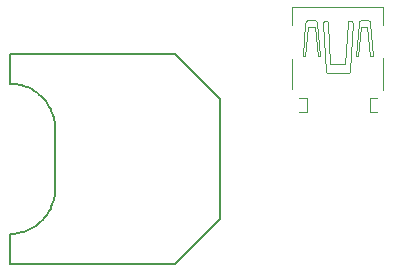
<source format=gbo>
G75*
G70*
%OFA0B0*%
%FSLAX24Y24*%
%IPPOS*%
%LPD*%
%AMOC8*
5,1,8,0,0,1.08239X$1,22.5*
%
%ADD10C,0.0040*%
%ADD11C,0.0050*%
D10*
X011777Y007813D02*
X011777Y008811D01*
X012127Y008915D02*
X012208Y008915D01*
X012311Y009856D01*
X012515Y009856D01*
X012617Y008915D01*
X012699Y008915D01*
X012597Y009999D01*
X012593Y010018D01*
X012587Y010037D01*
X012577Y010054D01*
X012565Y010070D01*
X012550Y010083D01*
X012533Y010094D01*
X012515Y010101D01*
X012290Y010101D02*
X012272Y010094D01*
X012255Y010083D01*
X012240Y010070D01*
X012228Y010054D01*
X012218Y010037D01*
X012212Y010018D01*
X012208Y009999D01*
X012127Y008915D01*
X012883Y008404D02*
X012801Y009999D01*
X012803Y010015D01*
X012807Y010030D01*
X012815Y010045D01*
X012825Y010057D01*
X012837Y010067D01*
X012852Y010075D01*
X012867Y010079D01*
X012883Y010081D01*
X012883Y010080D02*
X012883Y010080D01*
X012883Y010081D02*
X012899Y010079D01*
X012914Y010075D01*
X012929Y010067D01*
X012941Y010057D01*
X012951Y010045D01*
X012959Y010030D01*
X012963Y010015D01*
X012965Y009999D01*
X013046Y008650D01*
X013537Y008650D01*
X013619Y009999D01*
X013618Y009999D02*
X013620Y010015D01*
X013624Y010030D01*
X013632Y010045D01*
X013642Y010057D01*
X013654Y010067D01*
X013669Y010075D01*
X013684Y010079D01*
X013700Y010081D01*
X013716Y010079D01*
X013731Y010075D01*
X013746Y010067D01*
X013758Y010057D01*
X013768Y010045D01*
X013776Y010030D01*
X013780Y010015D01*
X013782Y009999D01*
X013700Y008404D01*
X013701Y008404D02*
X013698Y008386D01*
X013691Y008369D01*
X013682Y008354D01*
X013669Y008341D01*
X013654Y008332D01*
X013637Y008325D01*
X013619Y008322D01*
X013619Y008323D02*
X012965Y008323D01*
X012964Y008322D02*
X012946Y008325D01*
X012929Y008332D01*
X012914Y008341D01*
X012901Y008354D01*
X012892Y008369D01*
X012885Y008386D01*
X012882Y008404D01*
X012269Y007487D02*
X011983Y007487D01*
X012269Y007487D02*
X012269Y007042D01*
X011983Y007042D01*
X013884Y008915D02*
X013966Y008915D01*
X014068Y009856D01*
X014273Y009856D01*
X014375Y008915D01*
X014457Y008915D01*
X014375Y009999D01*
X014371Y010018D01*
X014365Y010037D01*
X014355Y010054D01*
X014343Y010070D01*
X014328Y010083D01*
X014311Y010094D01*
X014293Y010101D01*
X014068Y010101D02*
X014050Y010094D01*
X014033Y010083D01*
X014018Y010070D01*
X014006Y010054D01*
X013996Y010037D01*
X013990Y010018D01*
X013986Y009999D01*
X013987Y009999D02*
X013884Y008915D01*
X014069Y010100D02*
X014106Y010109D01*
X014143Y010115D01*
X014181Y010117D01*
X014219Y010115D01*
X014256Y010109D01*
X014293Y010100D01*
X014804Y009938D02*
X014804Y010530D01*
X011779Y010530D01*
X011779Y009938D01*
X012291Y010100D02*
X012328Y010109D01*
X012365Y010115D01*
X012403Y010117D01*
X012441Y010115D01*
X012478Y010109D01*
X012515Y010100D01*
X011777Y010532D02*
X014806Y010532D01*
X014804Y010530D02*
X014804Y010530D01*
X014806Y008831D02*
X014806Y007773D01*
X014600Y007487D02*
X014355Y007487D01*
X014355Y007036D01*
X014604Y007036D01*
D11*
X002367Y002975D02*
X002367Y001975D01*
X007867Y001975D01*
X009367Y003475D01*
X009367Y007475D01*
X007867Y008975D01*
X002367Y008975D01*
X002367Y007975D01*
X002443Y007973D01*
X002519Y007967D01*
X002594Y007958D01*
X002669Y007944D01*
X002743Y007927D01*
X002816Y007906D01*
X002888Y007882D01*
X002959Y007853D01*
X003028Y007822D01*
X003095Y007787D01*
X003160Y007748D01*
X003224Y007706D01*
X003285Y007661D01*
X003344Y007613D01*
X003400Y007562D01*
X003454Y007508D01*
X003505Y007452D01*
X003553Y007393D01*
X003598Y007332D01*
X003640Y007268D01*
X003679Y007203D01*
X003714Y007136D01*
X003745Y007067D01*
X003774Y006996D01*
X003798Y006924D01*
X003819Y006851D01*
X003836Y006777D01*
X003850Y006702D01*
X003859Y006627D01*
X003865Y006551D01*
X003867Y006475D01*
X003867Y004475D01*
X003865Y004399D01*
X003859Y004323D01*
X003850Y004248D01*
X003836Y004173D01*
X003819Y004099D01*
X003798Y004026D01*
X003774Y003954D01*
X003745Y003883D01*
X003714Y003814D01*
X003679Y003747D01*
X003640Y003682D01*
X003598Y003618D01*
X003553Y003557D01*
X003505Y003498D01*
X003454Y003442D01*
X003400Y003388D01*
X003344Y003337D01*
X003285Y003289D01*
X003224Y003244D01*
X003160Y003202D01*
X003095Y003163D01*
X003028Y003128D01*
X002959Y003097D01*
X002888Y003068D01*
X002816Y003044D01*
X002743Y003023D01*
X002669Y003006D01*
X002594Y002992D01*
X002519Y002983D01*
X002443Y002977D01*
X002367Y002975D01*
M02*

</source>
